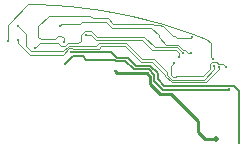
<source format=gbr>
G04 #@! TF.GenerationSoftware,KiCad,Pcbnew,7.0.9-7.0.9~ubuntu20.04.1*
G04 #@! TF.CreationDate,2023-12-28T04:07:48+00:00*
G04 #@! TF.ProjectId,yote,796f7465-2e6b-4696-9361-645f70636258,rev?*
G04 #@! TF.SameCoordinates,Original*
G04 #@! TF.FileFunction,Copper,L6,Inr*
G04 #@! TF.FilePolarity,Positive*
%FSLAX46Y46*%
G04 Gerber Fmt 4.6, Leading zero omitted, Abs format (unit mm)*
G04 Created by KiCad (PCBNEW 7.0.9-7.0.9~ubuntu20.04.1) date 2023-12-28 04:07:48*
%MOMM*%
%LPD*%
G01*
G04 APERTURE LIST*
G04 #@! TA.AperFunction,ViaPad*
%ADD10C,0.300000*%
G04 #@! TD*
G04 #@! TA.AperFunction,ViaPad*
%ADD11C,0.500000*%
G04 #@! TD*
G04 #@! TA.AperFunction,Conductor*
%ADD12C,0.110000*%
G04 #@! TD*
G04 #@! TA.AperFunction,Conductor*
%ADD13C,0.250000*%
G04 #@! TD*
G04 #@! TA.AperFunction,Conductor*
%ADD14C,0.150000*%
G04 #@! TD*
G04 APERTURE END LIST*
D10*
X118195280Y-72203968D03*
X100820000Y-70690000D03*
D11*
X118452540Y-79041222D03*
D10*
X109927006Y-73247332D03*
X119295000Y-72895000D03*
X114913972Y-72571060D03*
X118273654Y-72815000D03*
X101690000Y-69420000D03*
X101690000Y-70640000D03*
X118739016Y-72939500D03*
X115640000Y-71760000D03*
X103150000Y-71319300D03*
X119600000Y-74820000D03*
X105662997Y-72684507D03*
X105238308Y-69424166D03*
X116340000Y-71760000D03*
X116400089Y-70399811D03*
X105570000Y-70820000D03*
X107452080Y-70190500D03*
X115299474Y-72080115D03*
X120424469Y-79324468D03*
X106184477Y-71610500D03*
D12*
X109622158Y-69575000D02*
X109169417Y-69122259D01*
X112950000Y-69575000D02*
X109622158Y-69575000D01*
X113605500Y-70230500D02*
X112950000Y-69575000D01*
X113602636Y-70395058D02*
X113605500Y-70392194D01*
X114264492Y-71056914D02*
X113602636Y-70395058D01*
X115219757Y-71056915D02*
X114264492Y-71056914D01*
X115627842Y-71465000D02*
X115219757Y-71056915D01*
X116110000Y-71760000D02*
X115815000Y-71465000D01*
X116340000Y-71760000D02*
X116110000Y-71760000D01*
X105372474Y-69290000D02*
X105238308Y-69424166D01*
X115815000Y-71465000D02*
X115627842Y-71465000D01*
X107102741Y-69122259D02*
X106935000Y-69290000D01*
X113605500Y-70392194D02*
X113605500Y-70230500D01*
X109169417Y-69122259D02*
X107102741Y-69122259D01*
X106935000Y-69290000D02*
X105372474Y-69290000D01*
X115046819Y-73742668D02*
X114802431Y-73742668D01*
X115089487Y-73700000D02*
X115046819Y-73742668D01*
X114625000Y-73565237D02*
X114625000Y-72860032D01*
X117964502Y-73060498D02*
X117325000Y-73700000D01*
X118137308Y-72520500D02*
X117964502Y-72693306D01*
X114802431Y-73742668D02*
X114625000Y-73565237D01*
X118508332Y-72520500D02*
X118137308Y-72520500D01*
X118632832Y-72645000D02*
X118508332Y-72520500D01*
X117964502Y-72693306D02*
X117964502Y-73060498D01*
X119045000Y-72645000D02*
X118632832Y-72645000D01*
X117325000Y-73700000D02*
X115089487Y-73700000D01*
X119295000Y-72895000D02*
X119045000Y-72645000D01*
X114625000Y-72860032D02*
X114913972Y-72571060D01*
X100820000Y-70690000D02*
X100820000Y-69339663D01*
X115234582Y-69658551D02*
X116500964Y-70084069D01*
X104759694Y-67671651D02*
X106091209Y-67779915D01*
X113955880Y-69271700D02*
X115234582Y-69658551D01*
X116500964Y-70084069D02*
X117653146Y-70510583D01*
X106091209Y-67779915D02*
X107418876Y-67928578D01*
X118050000Y-72058688D02*
X118195280Y-72203968D01*
X112666032Y-68923871D02*
X113955880Y-69271700D01*
X103425461Y-67603878D02*
X104759694Y-67671651D01*
X102555785Y-67603878D02*
X103425461Y-67603878D01*
X108741392Y-68117496D02*
X110057568Y-68346498D01*
X110057568Y-68346498D02*
X111366173Y-68615370D01*
X100820000Y-69339663D02*
X102555785Y-67603878D01*
X111366173Y-68615370D02*
X112666032Y-68923871D01*
X117653146Y-70510583D02*
X118050000Y-70907437D01*
X118050000Y-70907437D02*
X118050000Y-72058688D01*
X107418876Y-67928578D02*
X108741392Y-68117496D01*
D13*
X109927006Y-73247332D02*
X110119674Y-73440000D01*
X112880500Y-73721890D02*
X112880500Y-74355500D01*
X112598610Y-73440000D02*
X112880500Y-73721890D01*
X116920500Y-77510500D02*
X116920500Y-78437612D01*
X116920500Y-78437612D02*
X117524110Y-79041222D01*
X113735000Y-75210000D02*
X114620000Y-75210000D01*
X117524110Y-79041222D02*
X118452540Y-79041222D01*
X110119674Y-73440000D02*
X112598610Y-73440000D01*
X112880500Y-74355500D02*
X113735000Y-75210000D01*
X114620000Y-75210000D02*
X116920500Y-77510500D01*
D12*
X117410000Y-73990000D02*
X114766921Y-73990000D01*
X102385525Y-70115525D02*
X101690000Y-69420000D01*
X108309502Y-71115498D02*
X105980150Y-71115498D01*
X110808043Y-70875000D02*
X108550000Y-70875000D01*
X114330000Y-73380000D02*
X113175000Y-72225000D01*
X114766921Y-73990000D02*
X114330000Y-73553079D01*
X102385525Y-71160525D02*
X102385525Y-70115525D01*
X112158043Y-72225000D02*
X110808043Y-70875000D01*
X105980150Y-71115498D02*
X105495648Y-71600000D01*
X114330000Y-73553079D02*
X114330000Y-73380000D01*
X118273654Y-72815000D02*
X118273654Y-73126346D01*
X113175000Y-72225000D02*
X112158043Y-72225000D01*
X105495648Y-71600000D02*
X102825000Y-71600000D01*
X118273654Y-73126346D02*
X117410000Y-73990000D01*
X108550000Y-70875000D02*
X108309502Y-71115498D01*
X102825000Y-71600000D02*
X102385525Y-71160525D01*
X114130000Y-73635921D02*
X114130000Y-73570461D01*
X117590536Y-74225000D02*
X114719079Y-74225000D01*
X106300954Y-71329300D02*
X106049191Y-71329300D01*
X102695000Y-71875000D02*
X101688498Y-70868498D01*
X118739016Y-72939500D02*
X118739016Y-73076520D01*
X114130000Y-73570461D02*
X113059539Y-72500000D01*
X101688498Y-70868498D02*
X101688498Y-70640000D01*
X105503491Y-71875000D02*
X102695000Y-71875000D01*
X106346654Y-71375000D02*
X106300954Y-71329300D01*
X108750000Y-71150000D02*
X108525000Y-71375000D01*
X114719079Y-74225000D02*
X114130000Y-73635921D01*
X106049191Y-71329300D02*
X105503491Y-71875000D01*
X118739016Y-73076520D02*
X117590536Y-74225000D01*
X113059539Y-72500000D02*
X112075000Y-72500000D01*
X110725000Y-71150000D02*
X108750000Y-71150000D01*
X108525000Y-71375000D02*
X106346654Y-71375000D01*
X112075000Y-72500000D02*
X110725000Y-71150000D01*
X107003710Y-70221676D02*
X107329886Y-69895500D01*
X108400000Y-70380000D02*
X112380000Y-70380000D01*
X103594300Y-70875000D02*
X105067806Y-70875000D01*
X105897308Y-70915498D02*
X106784502Y-70915498D01*
X105697806Y-71115000D02*
X105897308Y-70915498D01*
X106784502Y-70915498D02*
X107003710Y-70696290D01*
X112380000Y-70380000D02*
X113256914Y-71256914D01*
X113256914Y-71256914D02*
X115136915Y-71256915D01*
X107003710Y-70696290D02*
X107003710Y-70221676D01*
X103150000Y-71319300D02*
X103594300Y-70875000D01*
X107915500Y-69895500D02*
X108400000Y-70380000D01*
X115136915Y-71256915D02*
X115640000Y-71760000D01*
X107329886Y-69895500D02*
X107915500Y-69895500D01*
X105307806Y-71115000D02*
X105697806Y-71115000D01*
X105067806Y-70875000D02*
X105307806Y-71115000D01*
D14*
X110750478Y-72365000D02*
X109979131Y-72365000D01*
X119572500Y-74847500D02*
X113972500Y-74847500D01*
X113250000Y-73600000D02*
X112750000Y-73100000D01*
X107474415Y-72287516D02*
X107186899Y-72000000D01*
X119600000Y-74820000D02*
X119572500Y-74847500D01*
X109979131Y-72365000D02*
X109901647Y-72287516D01*
X113972500Y-74847500D02*
X113250000Y-74125000D01*
X106347504Y-72000000D02*
X105662997Y-72684507D01*
X111485478Y-73100000D02*
X110750478Y-72365000D01*
X107186899Y-72000000D02*
X106347504Y-72000000D01*
X113250000Y-74125000D02*
X113250000Y-73600000D01*
X112750000Y-73100000D02*
X111485478Y-73100000D01*
X109901647Y-72287516D02*
X107474415Y-72287516D01*
D12*
X105570000Y-70470000D02*
X105570000Y-70820000D01*
X103430000Y-69422806D02*
X103430000Y-70355000D01*
X113252434Y-69400000D02*
X113100162Y-69247728D01*
X114793590Y-70326260D02*
X113942100Y-69474770D01*
X115192999Y-70499066D02*
X115020193Y-70326260D01*
X103627806Y-70552806D02*
X104797194Y-70552806D01*
X109722728Y-69247728D02*
X109275000Y-68800000D01*
X103430000Y-70355000D02*
X103627806Y-70552806D01*
X116400089Y-70399811D02*
X116300834Y-70499066D01*
X104797194Y-70552806D02*
X105075000Y-70275000D01*
X104291298Y-68561508D02*
X103430000Y-69422806D01*
X108020000Y-68800000D02*
X107781508Y-68561508D01*
X116300834Y-70499066D02*
X115192999Y-70499066D01*
X113942100Y-69474770D02*
X113664831Y-69400000D01*
X107781508Y-68561508D02*
X104291298Y-68561508D01*
X105375000Y-70275000D02*
X105570000Y-70470000D01*
X115020193Y-70326260D02*
X114793590Y-70326260D01*
X113664831Y-69400000D02*
X113252434Y-69400000D01*
X109275000Y-68800000D02*
X108020000Y-68800000D01*
X113100162Y-69247728D02*
X109722728Y-69247728D01*
X105075000Y-70275000D02*
X105375000Y-70275000D01*
X107452080Y-70190500D02*
X107890500Y-70190500D01*
X115299474Y-71702280D02*
X115299474Y-72080115D01*
X112225000Y-70625000D02*
X113065000Y-71465000D01*
X107890500Y-70190500D02*
X108325000Y-70625000D01*
X108325000Y-70625000D02*
X112225000Y-70625000D01*
X113065000Y-71465000D02*
X115062194Y-71465000D01*
X115062194Y-71465000D02*
X115299474Y-71702280D01*
D14*
X120424469Y-74924469D02*
X120424469Y-79324468D01*
X106184477Y-71610500D02*
X106223977Y-71650000D01*
X109603543Y-71650000D02*
X110078543Y-72125000D01*
X110078543Y-72125000D02*
X111000000Y-72125000D01*
X113550000Y-73450000D02*
X113550000Y-73965476D01*
X112900000Y-72800000D02*
X113550000Y-73450000D01*
X111000000Y-72125000D02*
X111675000Y-72800000D01*
X120005000Y-74505000D02*
X120424469Y-74924469D01*
X106223977Y-71650000D02*
X109603543Y-71650000D01*
X113550000Y-73965476D02*
X114089524Y-74505000D01*
X114089524Y-74505000D02*
X120005000Y-74505000D01*
X111675000Y-72800000D02*
X112900000Y-72800000D01*
M02*

</source>
